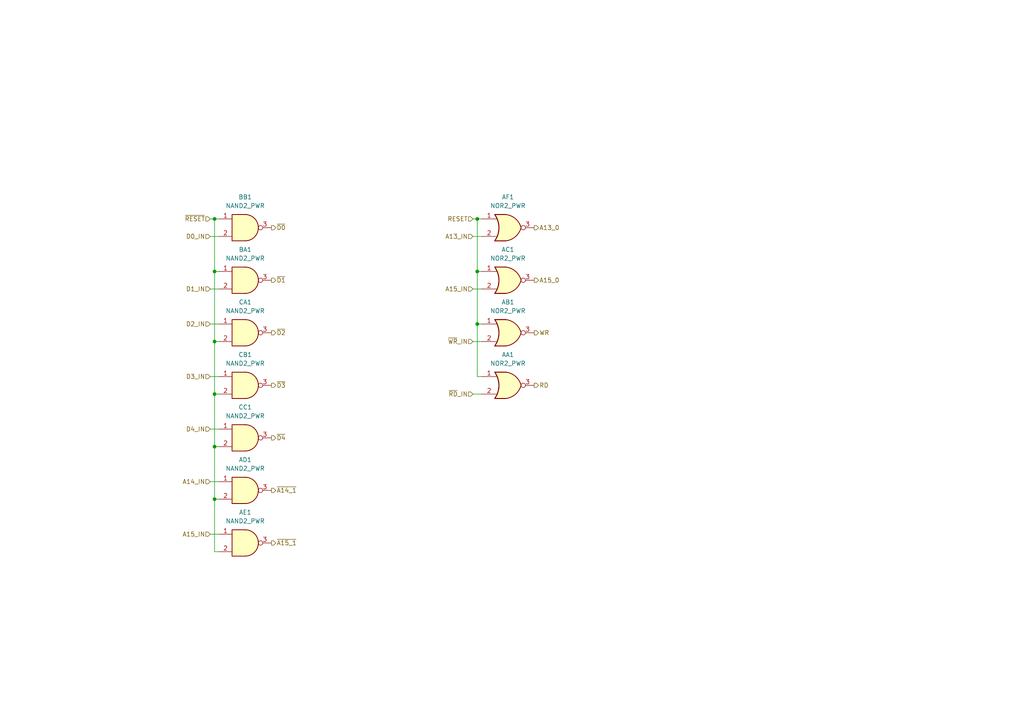
<source format=kicad_sch>
(kicad_sch (version 20211123) (generator eeschema)
  (paper "A4")
  (lib_symbols
    (symbol "MBC1B:NAND2_PWR" (pin_names (offset 1.016) hide)
      (property "Reference" "U" (at 0 5.08 0))
      (property "Value" "NAND2_PWR" (at 0 -5.08 0))
      (symbol "NAND2_PWR_1_1"
        (arc (start 0 -3.81) (mid 3.81 0) (end 0 3.81) (stroke (width 0.254)) (fill (type background)))
        (polyline (pts (xy 0 3.81) (xy -3.81 3.81) (xy -3.81 -3.81) (xy 0 -3.81)) (stroke (width 0.254)) (fill (type background)))
        (pin input line (at -7.62 2.54 0) (length 3.81) (name "A") (number "1"))
        (pin input line (at -7.62 -2.54 0) (length 3.81) (name "B") (number "2"))
        (pin output inverted (at 7.62 0 180) (length 3.81) (name "Y") (number "3"))
      )
    )
    (symbol "MBC1B:NOR2_PWR" (pin_names (offset 1.016) hide)
      (property "Reference" "U" (at 0 5.08 0))
      (property "Value" "NOR2_PWR" (at 0 -5.08 0))
      (symbol "NOR2_PWR_1_1"
        (arc (start -3.81 -3.81) (mid -2.589 0) (end -3.81 3.81) (stroke (width 0.254)))
        (arc (start -0.6096 -3.81) (mid 2.1855 -2.584) (end 3.81 0) (stroke (width 0.254)) (fill (type background)))
        (polyline (pts (xy -3.81 -3.81) (xy -0.635 -3.81)) (stroke (width 0.254)) (fill (type background)))
        (polyline (pts (xy -3.81 3.81) (xy -0.635 3.81)) (stroke (width 0.254)) (fill (type background)))
        (polyline (pts (xy -0.635 3.81) (xy -3.81 3.81) (xy -3.81 3.81) (xy -3.556 3.4036) (xy -3.0226 2.2606) (xy -2.6924 1.0414) (xy -2.6162 -0.254) (xy -2.7686 -1.4986) (xy -3.175 -2.7178) (xy -3.81 -3.81) (xy -3.81 -3.81) (xy -0.635 -3.81)) (stroke (width 0.254)) (fill (type background)))
        (arc (start 3.81 0) (mid 2.1928 2.5925) (end -0.6096 3.81) (stroke (width 0.254)) (fill (type background)))
        (pin input line (at -7.62 2.54 0) (length 4.318) (name "A") (number "1"))
        (pin input line (at -7.62 -2.54 0) (length 4.318) (name "B") (number "2"))
        (pin output inverted (at 7.62 0 180) (length 3.81) (name "Y") (number "3"))
      )
    )
  )
  (junction (at 62.23 78.74))
  (junction (at 138.43 93.98))
  (junction (at 62.23 63.5))
  (junction (at 138.43 78.74))
  (junction (at 62.23 129.54))
  (junction (at 62.23 114.3))
  (junction (at 138.43 63.5))
  (junction (at 62.23 144.78))
  (junction (at 62.23 99.06))
  (wire (pts (xy 63.5 78.74) (xy 62.23 78.74)))
  (wire (pts (xy 138.43 63.5) (xy 138.43 78.74)))
  (wire (pts (xy 62.23 63.5) (xy 63.5 63.5)))
  (wire (pts (xy 62.23 78.74) (xy 62.23 99.06)))
  (wire (pts (xy 138.43 78.74) (xy 139.7 78.74)))
  (wire (pts (xy 60.96 124.46) (xy 63.5 124.46)))
  (wire (pts (xy 60.96 63.5) (xy 62.23 63.5)))
  (wire (pts (xy 62.23 144.78) (xy 63.5 144.78)))
  (wire (pts (xy 137.16 63.5) (xy 138.43 63.5)))
  (wire (pts (xy 63.5 129.54) (xy 62.23 129.54)))
  (wire (pts (xy 60.96 83.82) (xy 63.5 83.82)))
  (wire (pts (xy 60.96 93.98) (xy 63.5 93.98)))
  (wire (pts (xy 62.23 129.54) (xy 62.23 114.3)))
  (wire (pts (xy 138.43 109.22) (xy 138.43 93.98)))
  (wire (pts (xy 60.96 154.94) (xy 63.5 154.94)))
  (wire (pts (xy 138.43 93.98) (xy 138.43 78.74)))
  (wire (pts (xy 137.16 68.58) (xy 139.7 68.58)))
  (wire (pts (xy 63.5 99.06) (xy 62.23 99.06)))
  (wire (pts (xy 138.43 63.5) (xy 139.7 63.5)))
  (wire (pts (xy 62.23 129.54) (xy 62.23 144.78)))
  (wire (pts (xy 138.43 93.98) (xy 139.7 93.98)))
  (wire (pts (xy 62.23 78.74) (xy 62.23 63.5)))
  (wire (pts (xy 137.16 83.82) (xy 139.7 83.82)))
  (wire (pts (xy 139.7 109.22) (xy 138.43 109.22)))
  (wire (pts (xy 137.16 114.3) (xy 139.7 114.3)))
  (wire (pts (xy 60.96 139.7) (xy 63.5 139.7)))
  (wire (pts (xy 63.5 114.3) (xy 62.23 114.3)))
  (wire (pts (xy 60.96 109.22) (xy 63.5 109.22)))
  (wire (pts (xy 62.23 99.06) (xy 62.23 114.3)))
  (wire (pts (xy 62.23 160.02) (xy 63.5 160.02)))
  (wire (pts (xy 137.16 99.06) (xy 139.7 99.06)))
  (wire (pts (xy 62.23 144.78) (xy 62.23 160.02)))
  (wire (pts (xy 60.96 68.58) (xy 63.5 68.58)))
  (hierarchical_label "~{D1}" (shape output) (at 78.74 81.28 0))
  (hierarchical_label "~{D0}" (shape output) (at 78.74 66.04 0))
  (hierarchical_label "RESET" (shape input) (at 137.16 63.5 180))
  (hierarchical_label "WR" (shape output) (at 154.94 96.52 0))
  (hierarchical_label "D0_IN" (shape input) (at 60.96 68.58 180))
  (hierarchical_label "~{WR}_IN" (shape input) (at 137.16 99.06 180))
  (hierarchical_label "A13_0" (shape output) (at 154.94 66.04 0))
  (hierarchical_label "A13_IN" (shape input) (at 137.16 68.58 180))
  (hierarchical_label "A15_0" (shape output) (at 154.94 81.28 0))
  (hierarchical_label "D1_IN" (shape input) (at 60.96 83.82 180))
  (hierarchical_label "D4_IN" (shape input) (at 60.96 124.46 180))
  (hierarchical_label "A15_IN" (shape input) (at 60.96 154.94 180))
  (hierarchical_label "~{A15_1}" (shape output) (at 78.74 157.48 0))
  (hierarchical_label "~{D4}" (shape output) (at 78.74 127 0))
  (hierarchical_label "~{A14_1}" (shape output) (at 78.74 142.24 0))
  (hierarchical_label "D2_IN" (shape input) (at 60.96 93.98 180))
  (hierarchical_label "~{D2}" (shape output) (at 78.74 96.52 0))
  (hierarchical_label "A15_IN" (shape input) (at 137.16 83.82 180))
  (hierarchical_label "A14_IN" (shape input) (at 60.96 139.7 180))
  (hierarchical_label "RD" (shape output) (at 154.94 111.76 0))
  (hierarchical_label "~{D3}" (shape output) (at 78.74 111.76 0))
  (hierarchical_label "D3_IN" (shape input) (at 60.96 109.22 180))
  (hierarchical_label "~{RESET}" (shape input) (at 60.96 63.5 180))
  (hierarchical_label "~{RD}_IN" (shape input) (at 137.16 114.3 180))
  (symbol (lib_id "MBC1B:NAND2_PWR") (at 71.12 157.48 0) (unit 1)
    (property "Reference" "AE1" (at 71.12 148.59 0))
    (property "Value" "NAND2_PWR" (at 71.12 151.13 0))
  )
  (symbol (lib_id "MBC1B:NOR2_PWR") (at 147.32 96.52 0) (unit 1)
    (property "Reference" "AB1" (at 147.32 87.63 0))
    (property "Value" "NOR2_PWR" (at 147.32 90.17 0))
  )
  (symbol (lib_id "MBC1B:NOR2_PWR") (at 147.32 111.76 0) (unit 1)
    (property "Reference" "AA1" (at 147.32 102.87 0))
    (property "Value" "NOR2_PWR" (at 147.32 105.41 0))
  )
  (symbol (lib_id "MBC1B:NAND2_PWR") (at 71.12 96.52 0) (unit 1)
    (property "Reference" "CA1" (at 71.12 87.63 0))
    (property "Value" "NAND2_PWR" (at 71.12 90.17 0))
  )
  (symbol (lib_id "MBC1B:NAND2_PWR") (at 71.12 66.04 0) (unit 1)
    (property "Reference" "BB1" (at 71.12 57.15 0))
    (property "Value" "NAND2_PWR" (at 71.12 59.69 0))
  )
  (symbol (lib_id "MBC1B:NOR2_PWR") (at 147.32 81.28 0) (unit 1)
    (property "Reference" "AC1" (at 147.32 72.39 0))
    (property "Value" "NOR2_PWR" (at 147.32 74.93 0))
  )
  (symbol (lib_id "MBC1B:NAND2_PWR") (at 71.12 111.76 0) (unit 1)
    (property "Reference" "CB1" (at 71.12 102.87 0))
    (property "Value" "NAND2_PWR" (at 71.12 105.41 0))
  )
  (symbol (lib_id "MBC1B:NAND2_PWR") (at 71.12 127 0) (unit 1)
    (property "Reference" "CC1" (at 71.12 118.11 0))
    (property "Value" "NAND2_PWR" (at 71.12 120.65 0))
  )
  (symbol (lib_id "MBC1B:NOR2_PWR") (at 147.32 66.04 0) (unit 1)
    (property "Reference" "AF1" (at 147.32 57.15 0))
    (property "Value" "NOR2_PWR" (at 147.32 59.69 0))
  )
  (symbol (lib_id "MBC1B:NAND2_PWR") (at 71.12 81.28 0) (unit 1)
    (property "Reference" "BA1" (at 71.12 72.39 0))
    (property "Value" "NAND2_PWR" (at 71.12 74.93 0))
  )
  (symbol (lib_id "MBC1B:NAND2_PWR") (at 71.12 142.24 0) (unit 1)
    (property "Reference" "AD1" (at 71.12 133.35 0))
    (property "Value" "NAND2_PWR" (at 71.12 135.89 0))
  )
)
</source>
